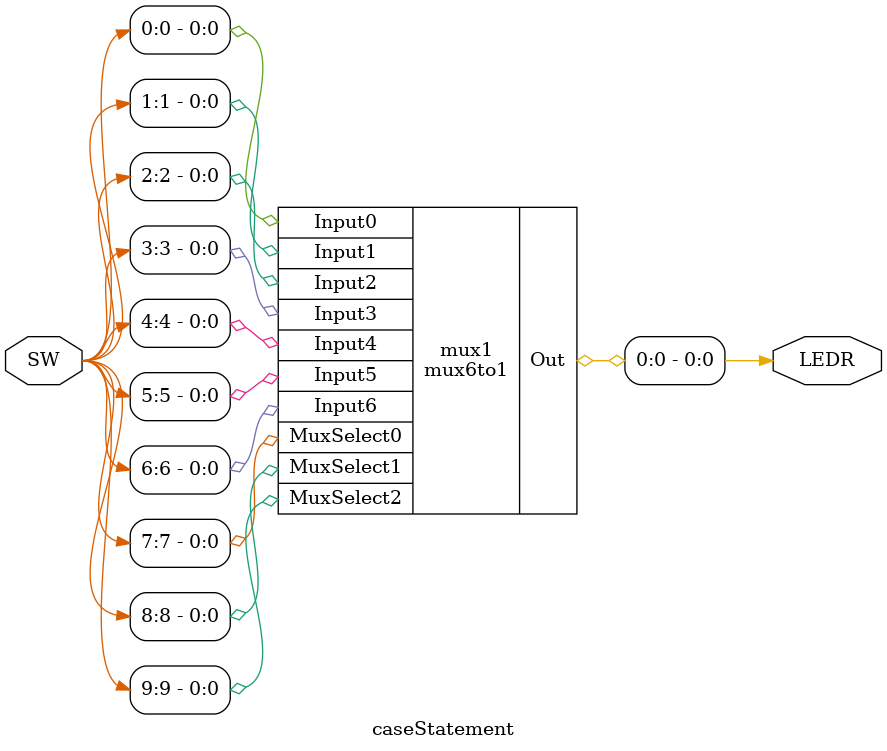
<source format=v>
`timescale 1ns / 1ns // `timescale time_unit/time_precision

module mux6to1(input Input0,Input1,Input2,Input3,Input4,Input5,Input6,MuxSelect0,MuxSelect1,MuxSelect2, output reg Out);
	
	
	always @(*) // declare always block
	begin
		case ({MuxSelect0,MuxSelect1,MuxSelect2}) // start case statement
			3'b000: Out = Input0;// case 0
			3'b001: Out = Input1;// case 1
			3'b010: Out = Input2;// case 2
			3'b011: Out = Input3;// case 3
			3'b100: Out = Input4; // case 4
			3'b101: Out = Input5; // case 5
			default: Out = Input0; // default case
		endcase
	end
endmodule

module caseStatement(SW, LEDR);
	input [9:0]SW;
	output [9:0]LEDR;
	
	mux6to1 mux1(SW[0], SW[1], SW[2], SW[3], SW[4], SW[5], SW[6], SW[7], SW[8], SW[9], LEDR[0]);
endmodule

</source>
